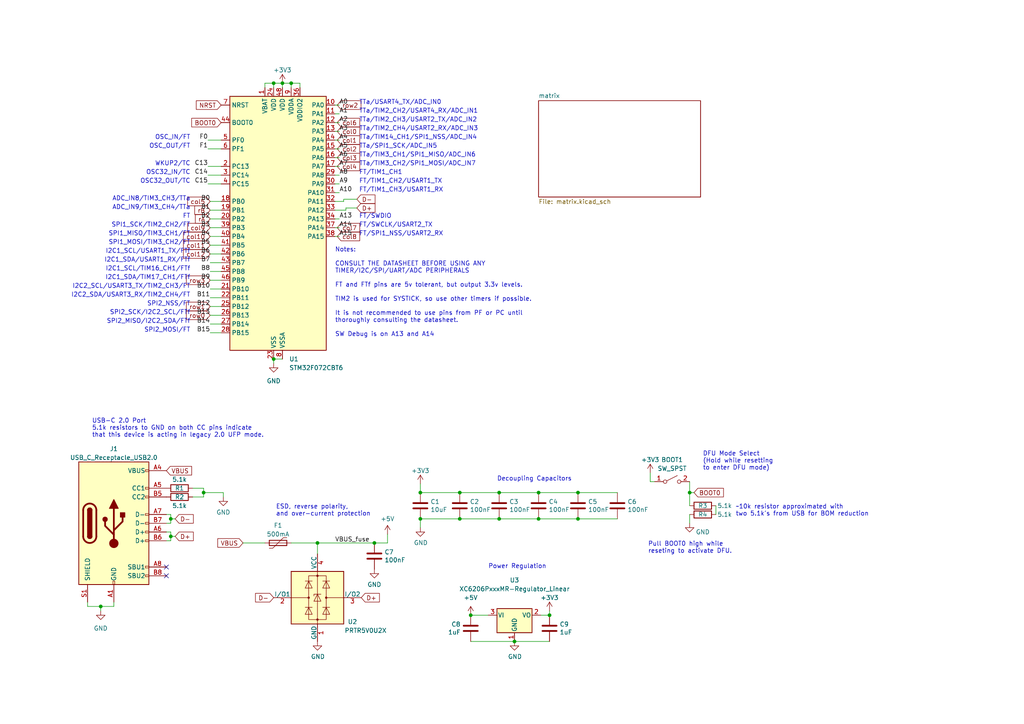
<source format=kicad_sch>
(kicad_sch (version 20231120) (generator "eeschema") (generator_version "8.0")
  (paper "A4")
  (lib_symbols
    (symbol "+5V_1" (power) (pin_names (offset 0))
      (property "Value" "+5V_1" (at 0 3.556 0))
      (symbol "+5V_1_0_1"
        (polyline (pts (xy -0.762 1.27) (xy 0 2.54)))
        (polyline (pts (xy 0 0) (xy 0 2.54)))
        (polyline (pts (xy 0 2.54) (xy 0.762 1.27)))
      )
      (symbol "+5V_1_1_1"
        (pin power_in line (at 0 0 90) (length 0) hide (name "+5V") (number "1"))
      )
    )
    (symbol "Connector:USB_C_Receptacle_USB2.0" (pin_names (offset 1.016))
      (property "Reference" "J" (at -10.16 19.05 0))
      (property "Value" "USB_C_Receptacle_USB2.0" (at 19.05 19.05 0))
      (symbol "USB_C_Receptacle_USB2.0_0_0"
        (rectangle (start -0.254 -17.78) (end 0.254 -16.764))
        (rectangle (start 10.16 -14.986) (end 9.144 -15.494))
        (rectangle (start 10.16 -12.446) (end 9.144 -12.954))
        (rectangle (start 10.16 -4.826) (end 9.144 -5.334))
        (rectangle (start 10.16 -2.286) (end 9.144 -2.794))
        (rectangle (start 10.16 0.254) (end 9.144 -0.254))
        (rectangle (start 10.16 2.794) (end 9.144 2.286))
        (rectangle (start 10.16 7.874) (end 9.144 7.366))
        (rectangle (start 10.16 10.414) (end 9.144 9.906))
        (rectangle (start 10.16 15.494) (end 9.144 14.986))
      )
      (symbol "USB_C_Receptacle_USB2.0_0_1"
        (rectangle (start -10.16 17.78) (end 10.16 -17.78) (stroke (width 0.254)) (fill (type background)))
        (arc (start -8.89 -3.81) (mid -6.985 -5.7067) (end -5.08 -3.81) (stroke (width 0.508)))
        (arc (start -7.62 -3.81) (mid -6.985 -4.4423) (end -6.35 -3.81) (stroke (width 0.254)))
        (arc (start -7.62 -3.81) (mid -6.985 -4.4423) (end -6.35 -3.81) (stroke (width 0.254)) (fill (type outline)))
        (rectangle (start -7.62 -3.81) (end -6.35 3.81) (stroke (width 0.254)) (fill (type outline)))
        (arc (start -6.35 3.81) (mid -6.985 4.4423) (end -7.62 3.81) (stroke (width 0.254)))
        (arc (start -6.35 3.81) (mid -6.985 4.4423) (end -7.62 3.81) (stroke (width 0.254)) (fill (type outline)))
        (arc (start -5.08 3.81) (mid -6.985 5.7067) (end -8.89 3.81) (stroke (width 0.508)))
        (circle (center -2.54 1.143) (radius 0.635) (stroke (width 0.254)) (fill (type outline)))
        (circle (center 0 -5.842) (radius 1.27) (fill (type outline)))
        (polyline (pts (xy -8.89 -3.81) (xy -8.89 3.81)) (stroke (width 0.508)))
        (polyline (pts (xy -5.08 3.81) (xy -5.08 -3.81)) (stroke (width 0.508)))
        (polyline (pts (xy 0 -5.842) (xy 0 4.318)) (stroke (width 0.508)))
        (polyline (pts (xy 0 -3.302) (xy -2.54 -0.762) (xy -2.54 0.508)) (stroke (width 0.508)))
        (polyline (pts (xy 0 -2.032) (xy 2.54 0.508) (xy 2.54 1.778)) (stroke (width 0.508)))
        (polyline (pts (xy -1.27 4.318) (xy 0 6.858) (xy 1.27 4.318) (xy -1.27 4.318)) (stroke (width 0.254)) (fill (type outline)))
        (rectangle (start 1.905 1.778) (end 3.175 3.048) (stroke (width 0.254)) (fill (type outline)))
      )
      (symbol "USB_C_Receptacle_USB2.0_1_1"
        (pin passive line (at 0 -22.86 90) (length 5.08) (name "GND") (number "A1"))
        (pin passive line (at 0 -22.86 90) (length 5.08) hide (name "GND") (number "A12"))
        (pin passive line (at 15.24 15.24 180) (length 5.08) (name "VBUS") (number "A4"))
        (pin bidirectional line (at 15.24 10.16 180) (length 5.08) (name "CC1") (number "A5"))
        (pin bidirectional line (at 15.24 -2.54 180) (length 5.08) (name "D+") (number "A6"))
        (pin bidirectional line (at 15.24 2.54 180) (length 5.08) (name "D-") (number "A7"))
        (pin bidirectional line (at 15.24 -12.7 180) (length 5.08) (name "SBU1") (number "A8"))
        (pin passive line (at 15.24 15.24 180) (length 5.08) hide (name "VBUS") (number "A9"))
        (pin passive line (at 0 -22.86 90) (length 5.08) hide (name "GND") (number "B1"))
        (pin passive line (at 0 -22.86 90) (length 5.08) hide (name "GND") (number "B12"))
        (pin passive line (at 15.24 15.24 180) (length 5.08) hide (name "VBUS") (number "B4"))
        (pin bidirectional line (at 15.24 7.62 180) (length 5.08) (name "CC2") (number "B5"))
        (pin bidirectional line (at 15.24 -5.08 180) (length 5.08) (name "D+") (number "B6"))
        (pin bidirectional line (at 15.24 0 180) (length 5.08) (name "D-") (number "B7"))
        (pin bidirectional line (at 15.24 -15.24 180) (length 5.08) (name "SBU2") (number "B8"))
        (pin passive line (at 15.24 15.24 180) (length 5.08) hide (name "VBUS") (number "B9"))
        (pin passive line (at -7.62 -22.86 90) (length 5.08) (name "SHIELD") (number "S1"))
      )
    )
    (symbol "Device:C" (pin_numbers hide) (pin_names (offset 0.254))
      (property "Reference" "C" (at 0.635 2.54 0))
      (property "Value" "C" (at 0.635 -2.54 0))
      (symbol "C_0_1"
        (polyline (pts (xy -2.032 -0.762) (xy 2.032 -0.762)) (stroke (width 0.508)))
        (polyline (pts (xy -2.032 0.762) (xy 2.032 0.762)) (stroke (width 0.508)))
      )
      (symbol "C_1_1"
        (pin passive line (at 0 3.81 270) (length 2.794) (name "~") (number "1"))
        (pin passive line (at 0 -3.81 90) (length 2.794) (name "~") (number "2"))
      )
    )
    (symbol "Device:Polyfuse" (pin_numbers hide) (pin_names (offset 0))
      (property "Reference" "F" (at -2.54 0 90))
      (property "Value" "Polyfuse" (at 2.54 0 90))
      (symbol "Polyfuse_0_1"
        (rectangle (start -0.762 2.54) (end 0.762 -2.54) (stroke (width 0.254)))
        (polyline (pts (xy 0 2.54) (xy 0 -2.54)))
        (polyline (pts (xy -1.524 2.54) (xy -1.524 1.524) (xy 1.524 -1.524) (xy 1.524 -2.54)))
      )
      (symbol "Polyfuse_1_1"
        (pin passive line (at 0 3.81 270) (length 1.27) (name "~") (number "1"))
        (pin passive line (at 0 -3.81 90) (length 1.27) (name "~") (number "2"))
      )
    )
    (symbol "Device:R" (pin_numbers hide) (pin_names (offset 0))
      (property "Reference" "R" (at 2.032 0 90))
      (property "Value" "R" (at 0 0 90))
      (symbol "R_0_1"
        (rectangle (start -1.016 -2.54) (end 1.016 2.54) (stroke (width 0.254)))
      )
      (symbol "R_1_1"
        (pin passive line (at 0 3.81 270) (length 1.27) (name "~") (number "1"))
        (pin passive line (at 0 -3.81 90) (length 1.27) (name "~") (number "2"))
      )
    )
    (symbol "MCU_ST_STM32F0:STM32F072CBTx"
      (property "Reference" "U" (at -12.7 39.37 0))
      (property "Value" "STM32F072CBTx" (at 10.16 39.37 0))
      (symbol "STM32F072CBTx_0_1"
        (rectangle (start -12.7 -35.56) (end 15.24 38.1) (stroke (width 0.254)) (fill (type background)))
      )
      (symbol "STM32F072CBTx_1_1"
        (pin power_in line (at -2.54 40.64 270) (length 2.54) (name "VBAT") (number "1"))
        (pin bidirectional line (at 17.78 35.56 180) (length 2.54) (name "PA0") (number "10"))
        (pin bidirectional line (at 17.78 33.02 180) (length 2.54) (name "PA1") (number "11"))
        (pin bidirectional line (at 17.78 30.48 180) (length 2.54) (name "PA2") (number "12"))
        (pin bidirectional line (at 17.78 27.94 180) (length 2.54) (name "PA3") (number "13"))
        (pin bidirectional line (at 17.78 25.4 180) (length 2.54) (name "PA4") (number "14"))
        (pin bidirectional line (at 17.78 22.86 180) (length 2.54) (name "PA5") (number "15"))
        (pin bidirectional line (at 17.78 20.32 180) (length 2.54) (name "PA6") (number "16"))
        (pin bidirectional line (at 17.78 17.78 180) (length 2.54) (name "PA7") (number "17"))
        (pin bidirectional line (at -15.24 7.62 0) (length 2.54) (name "PB0") (number "18"))
        (pin bidirectional line (at -15.24 5.08 0) (length 2.54) (name "PB1") (number "19"))
        (pin bidirectional line (at -15.24 17.78 0) (length 2.54) (name "PC13") (number "2"))
        (pin bidirectional line (at -15.24 2.54 0) (length 2.54) (name "PB2") (number "20"))
        (pin bidirectional line (at -15.24 -17.78 0) (length 2.54) (name "PB10") (number "21"))
        (pin bidirectional line (at -15.24 -20.32 0) (length 2.54) (name "PB11") (number "22"))
        (pin power_in line (at 0 -38.1 90) (length 2.54) (name "VSS") (number "23"))
        (pin power_in line (at 0 40.64 270) (length 2.54) (name "VDD") (number "24"))
        (pin bidirectional line (at -15.24 -22.86 0) (length 2.54) (name "PB12") (number "25"))
        (pin bidirectional line (at -15.24 -25.4 0) (length 2.54) (name "PB13") (number "26"))
        (pin bidirectional line (at -15.24 -27.94 0) (length 2.54) (name "PB14") (number "27"))
        (pin bidirectional line (at -15.24 -30.48 0) (length 2.54) (name "PB15") (number "28"))
        (pin bidirectional line (at 17.78 15.24 180) (length 2.54) (name "PA8") (number "29"))
        (pin bidirectional line (at -15.24 15.24 0) (length 2.54) (name "PC14") (number "3"))
        (pin bidirectional line (at 17.78 12.7 180) (length 2.54) (name "PA9") (number "30"))
        (pin bidirectional line (at 17.78 10.16 180) (length 2.54) (name "PA10") (number "31"))
        (pin bidirectional line (at 17.78 7.62 180) (length 2.54) (name "PA11") (number "32"))
        (pin bidirectional line (at 17.78 5.08 180) (length 2.54) (name "PA12") (number "33"))
        (pin bidirectional line (at 17.78 2.54 180) (length 2.54) (name "PA13") (number "34"))
        (pin passive line (at 0 -38.1 90) (length 2.54) hide (name "VSS") (number "35"))
        (pin power_in line (at 7.62 40.64 270) (length 2.54) (name "VDDIO2") (number "36"))
        (pin bidirectional line (at 17.78 0 180) (length 2.54) (name "PA14") (number "37"))
        (pin bidirectional line (at 17.78 -2.54 180) (length 2.54) (name "PA15") (number "38"))
        (pin bidirectional line (at -15.24 0 0) (length 2.54) (name "PB3") (number "39"))
        (pin bidirectional line (at -15.24 12.7 0) (length 2.54) (name "PC15") (number "4"))
        (pin bidirectional line (at -15.24 -2.54 0) (length 2.54) (name "PB4") (number "40"))
        (pin bidirectional line (at -15.24 -5.08 0) (length 2.54) (name "PB5") (number "41"))
        (pin bidirectional line (at -15.24 -7.62 0) (length 2.54) (name "PB6") (number "42"))
        (pin bidirectional line (at -15.24 -10.16 0) (length 2.54) (name "PB7") (number "43"))
        (pin input line (at -15.24 30.48 0) (length 2.54) (name "BOOT0") (number "44"))
        (pin bidirectional line (at -15.24 -12.7 0) (length 2.54) (name "PB8") (number "45"))
        (pin bidirectional line (at -15.24 -15.24 0) (length 2.54) (name "PB9") (number "46"))
        (pin passive line (at 0 -38.1 90) (length 2.54) hide (name "VSS") (number "47"))
        (pin power_in line (at 2.54 40.64 270) (length 2.54) (name "VDD") (number "48"))
        (pin bidirectional line (at -15.24 25.4 0) (length 2.54) (name "PF0") (number "5"))
        (pin bidirectional line (at -15.24 22.86 0) (length 2.54) (name "PF1") (number "6"))
        (pin input line (at -15.24 35.56 0) (length 2.54) (name "NRST") (number "7"))
        (pin power_in line (at 2.54 -38.1 90) (length 2.54) (name "VSSA") (number "8"))
        (pin power_in line (at 5.08 40.64 270) (length 2.54) (name "VDDA") (number "9"))
      )
    )
    (symbol "Power_Protection:PRTR5V0U2X" (pin_names (offset 0))
      (property "Reference" "D" (at 2.794 8.636 0))
      (property "Value" "PRTR5V0U2X" (at 8.128 -9.398 0))
      (symbol "PRTR5V0U2X_0_1"
        (rectangle (start -7.62 -7.62) (end 7.62 7.62) (stroke (width 0.254)) (fill (type background)))
        (circle (center -2.54 0) (radius 0.254) (fill (type outline)))
        (rectangle (start -2.54 6.35) (end 2.54 -6.35))
        (circle (center 0 -6.35) (radius 0.254) (fill (type outline)))
        (polyline (pts (xy -2.54 0) (xy -7.62 0)))
        (polyline (pts (xy -1.524 -2.794) (xy -3.556 -2.794)))
        (polyline (pts (xy -1.524 4.826) (xy -3.556 4.826)))
        (polyline (pts (xy 0 -7.62) (xy 0 7.62)))
        (polyline (pts (xy 1.524 -2.794) (xy 3.556 -2.794)))
        (polyline (pts (xy 1.524 4.826) (xy 3.556 4.826)))
        (polyline (pts (xy 2.54 0) (xy 7.62 0)))
        (polyline (pts (xy 1.016 1.016) (xy -1.016 1.016) (xy -1.016 0.508)))
        (polyline (pts (xy -3.556 -4.826) (xy -1.524 -4.826) (xy -2.54 -2.794) (xy -3.556 -4.826)))
        (polyline (pts (xy -3.556 2.794) (xy -1.524 2.794) (xy -2.54 4.826) (xy -3.556 2.794)))
        (polyline (pts (xy -1.016 -1.016) (xy 1.016 -1.016) (xy 0 1.016) (xy -1.016 -1.016)))
        (polyline (pts (xy 3.556 -4.826) (xy 1.524 -4.826) (xy 2.54 -2.794) (xy 3.556 -4.826)))
        (polyline (pts (xy 3.556 2.794) (xy 1.524 2.794) (xy 2.54 4.826) (xy 3.556 2.794)))
        (circle (center 0 6.35) (radius 0.254) (fill (type outline)))
        (circle (center 2.54 0) (radius 0.254) (fill (type outline)))
      )
      (symbol "PRTR5V0U2X_1_1"
        (pin passive line (at 0 -12.7 90) (length 5.08) (name "GND") (number "1"))
        (pin passive line (at -12.7 0 0) (length 5.08) (name "I/O1") (number "2"))
        (pin passive line (at 12.7 0 180) (length 5.08) (name "I/O2") (number "3"))
        (pin passive line (at 0 12.7 270) (length 5.08) (name "VCC") (number "4"))
      )
    )
    (symbol "Switch:SW_SPST" (pin_names (offset 0) hide)
      (property "Reference" "SW" (at 0 3.175 0))
      (property "Value" "SW_SPST" (at 0 -2.54 0))
      (symbol "SW_SPST_0_0"
        (circle (center -2.032 0) (radius 0.508))
        (polyline (pts (xy -1.524 0.254) (xy 1.524 1.778)))
        (circle (center 2.032 0) (radius 0.508))
      )
      (symbol "SW_SPST_1_1"
        (pin passive line (at -5.08 0 0) (length 2.54) (name "A") (number "1"))
        (pin passive line (at 5.08 0 180) (length 2.54) (name "B") (number "2"))
      )
    )
    (symbol "kicad-keyboard-parts:XC6206PxxxMR-Regulator_Linear" (pin_names (offset 0.254))
      (property "Reference" "U" (at -3.81 3.175 0))
      (property "Value" "XC6206PxxxMR-Regulator_Linear" (at 0 3.175 0))
      (property "LCSC" "C5446" (at 0 0 0))
      (symbol "XC6206PxxxMR-Regulator_Linear_0_1"
        (rectangle (start -5.08 1.905) (end 5.08 -5.08) (stroke (width 0.254)) (fill (type background)))
      )
      (symbol "XC6206PxxxMR-Regulator_Linear_1_1"
        (pin power_in line (at 0 -7.62 90) (length 2.54) (name "GND") (number "1"))
        (pin power_out line (at 7.62 0 180) (length 2.54) (name "VO") (number "2"))
        (pin power_in line (at -7.62 0 0) (length 2.54) (name "VI") (number "3"))
      )
    )
    (symbol "power:+3V3" (power) (pin_names (offset 0))
      (property "Value" "+3V3" (at 0 3.556 0))
      (symbol "+3V3_0_1"
        (polyline (pts (xy -0.762 1.27) (xy 0 2.54)))
        (polyline (pts (xy 0 0) (xy 0 2.54)))
        (polyline (pts (xy 0 2.54) (xy 0.762 1.27)))
      )
      (symbol "+3V3_1_1"
        (pin power_in line (at 0 0 90) (length 0) hide (name "+3V3") (number "1"))
      )
    )
    (symbol "power:+5V" (power) (pin_names (offset 0))
      (property "Value" "+5V" (at 0 3.556 0))
      (symbol "+5V_0_1"
        (polyline (pts (xy -0.762 1.27) (xy 0 2.54)))
        (polyline (pts (xy 0 0) (xy 0 2.54)))
        (polyline (pts (xy 0 2.54) (xy 0.762 1.27)))
      )
      (symbol "+5V_1_1"
        (pin power_in line (at 0 0 90) (length 0) hide (name "+5V") (number "1"))
      )
    )
    (symbol "power:GND" (power) (pin_names (offset 0))
      (property "Value" "GND" (at 0 -3.81 0))
      (symbol "GND_0_1"
        (polyline (pts (xy 0 0) (xy 0 -1.27) (xy 1.27 -1.27) (xy 0 -2.54) (xy -1.27 -1.27) (xy 0 -1.27)))
      )
      (symbol "GND_1_1"
        (pin power_in line (at 0 0 270) (length 0) hide (name "GND") (number "1"))
      )
    )
  )
  (junction (at 200.025 142.875))
  (junction (at 81.915 24.13))
  (junction (at 159.385 178.435))
  (junction (at 59.055 142.875))
  (junction (at 79.375 24.13))
  (junction (at 156.21 150.495))
  (junction (at 136.525 178.435))
  (junction (at 156.21 142.875))
  (junction (at 121.92 150.495))
  (junction (at 149.225 186.055) (diameter 0.9144))
  (junction (at 121.92 142.875))
  (junction (at 79.375 104.14))
  (junction (at 144.78 150.495))
  (junction (at 133.35 150.495))
  (junction (at 167.64 150.495))
  (junction (at 167.64 142.875))
  (junction (at 92.075 157.48))
  (junction (at 144.78 142.875))
  (junction (at 108.585 157.48))
  (junction (at 49.53 155.575))
  (junction (at 29.21 175.895))
  (junction (at 49.53 150.495))
  (junction (at 133.35 142.875))
  (junction (at 84.455 24.13))
  (no_connect (at 48.26 167.005))
  (no_connect (at 48.26 164.465))
  (wire (pts (xy 167.64 150.495) (xy 179.07 150.495)))
  (wire (pts (xy 48.26 156.845) (xy 49.53 156.845)))
  (wire (pts (xy 60.96 76.2) (xy 64.135 76.2)))
  (wire (pts (xy 98.425 40.64) (xy 97.155 40.64)))
  (wire (pts (xy 29.21 175.895) (xy 33.02 175.895)))
  (wire (pts (xy 60.96 60.96) (xy 64.135 60.96)))
  (wire (pts (xy 86.995 24.13) (xy 86.995 25.4)))
  (wire (pts (xy 48.26 149.225) (xy 49.53 149.225)))
  (wire (pts (xy 98.425 53.34) (xy 97.155 53.34)))
  (wire (pts (xy 59.055 144.145) (xy 59.055 142.875)))
  (wire (pts (xy 144.78 150.495) (xy 133.35 150.495)))
  (wire (pts (xy 55.88 144.145) (xy 59.055 144.145)))
  (wire (pts (xy 98.425 48.26) (xy 97.155 48.26)))
  (wire (pts (xy 49.53 150.495) (xy 49.53 151.765)))
  (wire (pts (xy 59.055 142.875) (xy 59.055 141.605)))
  (wire (pts (xy 189.865 139.7) (xy 188.595 139.7)))
  (wire (pts (xy 29.21 177.165) (xy 29.21 175.895)))
  (wire (pts (xy 84.455 24.13) (xy 84.455 25.4)))
  (wire (pts (xy 98.425 35.56) (xy 97.155 35.56)))
  (wire (pts (xy 59.055 142.875) (xy 64.77 142.875)))
  (wire (pts (xy 144.78 142.875) (xy 133.35 142.875)))
  (wire (pts (xy 60.96 63.5) (xy 64.135 63.5)))
  (wire (pts (xy 84.455 24.13) (xy 86.995 24.13)))
  (wire (pts (xy 200.025 142.875) (xy 201.295 142.875)))
  (wire (pts (xy 60.96 78.74) (xy 64.135 78.74)))
  (wire (pts (xy 79.375 24.13) (xy 79.375 25.4)))
  (wire (pts (xy 55.88 141.605) (xy 59.055 141.605)))
  (wire (pts (xy 149.225 186.055) (xy 159.385 186.055)))
  (wire (pts (xy 60.96 93.98) (xy 64.135 93.98)))
  (wire (pts (xy 79.375 105.41) (xy 79.375 104.14)))
  (wire (pts (xy 60.96 83.82) (xy 64.135 83.82)))
  (wire (pts (xy 98.425 38.1) (xy 97.155 38.1)))
  (wire (pts (xy 60.96 73.66) (xy 64.135 73.66)))
  (wire (pts (xy 136.525 178.435) (xy 141.605 178.435)))
  (wire (pts (xy 207.645 146.685) (xy 207.645 149.225)))
  (wire (pts (xy 156.21 142.875) (xy 167.64 142.875)))
  (wire (pts (xy 98.425 63.5) (xy 97.155 63.5)))
  (wire (pts (xy 60.96 71.12) (xy 64.135 71.12)))
  (wire (pts (xy 108.585 157.48) (xy 112.395 157.48)))
  (wire (pts (xy 188.595 139.7) (xy 188.595 137.16)))
  (wire (pts (xy 100.33 60.325) (xy 100.33 60.96)))
  (wire (pts (xy 60.96 66.04) (xy 64.135 66.04)))
  (wire (pts (xy 76.835 24.13) (xy 76.835 25.4)))
  (wire (pts (xy 98.425 43.18) (xy 97.155 43.18)))
  (wire (pts (xy 60.96 91.44) (xy 64.135 91.44)))
  (wire (pts (xy 156.845 178.435) (xy 159.385 178.435)))
  (wire (pts (xy 144.78 142.875) (xy 156.21 142.875)))
  (wire (pts (xy 98.425 45.72) (xy 97.155 45.72)))
  (wire (pts (xy 200.025 139.7) (xy 200.025 142.875)))
  (wire (pts (xy 84.455 24.13) (xy 81.915 24.13)))
  (wire (pts (xy 60.96 58.42) (xy 64.135 58.42)))
  (wire (pts (xy 98.425 55.88) (xy 97.155 55.88)))
  (wire (pts (xy 60.96 86.36) (xy 64.135 86.36)))
  (wire (pts (xy 70.485 157.48) (xy 76.835 157.48)))
  (wire (pts (xy 100.33 60.96) (xy 97.155 60.96)))
  (wire (pts (xy 121.92 153.035) (xy 121.92 150.495)))
  (wire (pts (xy 49.53 156.845) (xy 49.53 155.575)))
  (wire (pts (xy 60.325 48.26) (xy 64.135 48.26)))
  (wire (pts (xy 60.325 50.8) (xy 64.135 50.8)))
  (wire (pts (xy 48.26 154.305) (xy 49.53 154.305)))
  (wire (pts (xy 84.455 157.48) (xy 92.075 157.48)))
  (wire (pts (xy 79.375 104.14) (xy 81.915 104.14)))
  (wire (pts (xy 167.64 142.875) (xy 179.07 142.875)))
  (wire (pts (xy 121.92 140.335) (xy 121.92 142.875)))
  (wire (pts (xy 60.96 96.52) (xy 64.135 96.52)))
  (wire (pts (xy 49.53 150.495) (xy 50.8 150.495)))
  (wire (pts (xy 79.375 24.13) (xy 81.915 24.13)))
  (wire (pts (xy 200.025 149.225) (xy 200.025 151.765)))
  (wire (pts (xy 60.325 40.64) (xy 64.135 40.64)))
  (wire (pts (xy 60.96 88.9) (xy 64.135 88.9)))
  (wire (pts (xy 60.96 81.28) (xy 64.135 81.28)))
  (wire (pts (xy 25.4 175.895) (xy 29.21 175.895)))
  (wire (pts (xy 112.395 154.94) (xy 112.395 157.48)))
  (wire (pts (xy 76.835 24.13) (xy 79.375 24.13)))
  (wire (pts (xy 60.96 68.58) (xy 64.135 68.58)))
  (wire (pts (xy 200.025 142.875) (xy 200.025 146.685)))
  (wire (pts (xy 48.26 151.765) (xy 49.53 151.765)))
  (wire (pts (xy 99.695 57.785) (xy 99.695 58.42)))
  (wire (pts (xy 25.4 174.625) (xy 25.4 175.895)))
  (wire (pts (xy 103.505 60.325) (xy 100.33 60.325)))
  (wire (pts (xy 49.53 154.305) (xy 49.53 155.575)))
  (wire (pts (xy 98.425 50.8) (xy 97.155 50.8)))
  (wire (pts (xy 98.425 33.02) (xy 97.155 33.02)))
  (wire (pts (xy 98.425 66.04) (xy 97.155 66.04)))
  (wire (pts (xy 49.53 155.575) (xy 50.8 155.575)))
  (wire (pts (xy 133.35 150.495) (xy 121.92 150.495)))
  (wire (pts (xy 159.385 177.165) (xy 159.385 178.435)))
  (wire (pts (xy 64.77 142.875) (xy 64.77 144.145)))
  (wire (pts (xy 33.02 175.895) (xy 33.02 174.625)))
  (wire (pts (xy 99.695 58.42) (xy 97.155 58.42)))
  (wire (pts (xy 92.075 157.48) (xy 92.075 160.655)))
  (wire (pts (xy 60.325 43.18) (xy 64.135 43.18)))
  (wire (pts (xy 103.505 57.785) (xy 99.695 57.785)))
  (wire (pts (xy 149.225 186.055) (xy 136.525 186.055)))
  (wire (pts (xy 92.075 157.48) (xy 108.585 157.48)))
  (wire (pts (xy 98.425 30.48) (xy 97.155 30.48)))
  (wire (pts (xy 98.425 68.58) (xy 97.155 68.58)))
  (wire (pts (xy 81.915 24.13) (xy 81.915 25.4)))
  (wire (pts (xy 133.35 142.875) (xy 121.92 142.875)))
  (wire (pts (xy 49.53 149.225) (xy 49.53 150.495)))
  (wire (pts (xy 144.78 150.495) (xy 156.21 150.495)))
  (wire (pts (xy 156.21 150.495) (xy 167.64 150.495)))
  (wire (pts (xy 60.325 53.34) (xy 64.135 53.34)))
  (text "SPI1_SCK/TIM2_CH2/FT" (at 55.245 66.04 0) (effects (font (size 1.27 1.27)) (justify right bottom)))
  (text "FT/TIM1_CH1" (at 104.14 50.8 0) (effects (font (size 1.27 1.27)) (justify left bottom)))
  (text "FT/TIM1_CH3/USART1_RX" (at 104.14 55.88 0) (effects (font (size 1.27 1.27)) (justify left bottom)))
  (text "SPI2_NSS/FT" (at 55.245 88.9 0) (effects (font (size 1.27 1.27)) (justify right bottom)))
  (text "Notes:\n\nCONSULT THE DATASHEET BEFORE USING ANY \nTIMER/I2C/SPI/UART/ADC PERIPHERALS\n\nFT and FTf pins are 5v tolerant, but output 3.3v levels.\n\nTIM2 is used for SYSTICK, so use other timers if possible.\n\nIt is not recommended to use pins from PF or PC until\nthoroughly consulting the datasheet.\n\nSW Debug is on A13 and A14" (at 97.155 97.79 0) (effects (font (size 1.27 1.27)) (justify left bottom)))
  (text "TTa/TIM2_CH4/USART2_RX/ADC_IN3" (at 104.14 38.1 0) (effects (font (size 1.27 1.27)) (justify left bottom)))
  (text "FT/SWDIO" (at 104.14 63.5 0) (effects (font (size 1.27 1.27)) (justify left bottom)))
  (text "Decoupling Capacitors" (at 144.145 139.7 0) (effects (font (size 1.27 1.27)) (justify left bottom)))
  (text "SPI1_MOSI/TIM3_CH2/FT" (at 55.245 71.12 0) (effects (font (size 1.27 1.27)) (justify right bottom)))
  (text "ADC_IN9/TIM3_CH4/TTa" (at 55.245 60.96 0) (effects (font (size 1.27 1.27)) (justify right bottom)))
  (text "I2C2_SCL/USART3_TX/TIM2_CH3/FT" (at 55.245 83.82 0) (effects (font (size 1.27 1.27)) (justify right bottom)))
  (text "SPI2_MISO/I2C2_SDA/FTf" (at 55.245 93.98 0) (effects (font (size 1.27 1.27)) (justify right bottom)))
  (text "FT/SWCLK/USART2_TX" (at 104.14 66.04 0) (effects (font (size 1.27 1.27)) (justify left bottom)))
  (text "I2C1_SCL/TIM16_CH1/FTf" (at 55.245 78.74 0) (effects (font (size 1.27 1.27)) (justify right bottom)))
  (text "~10k resistor approximated with\ntwo 5.1k's from USB for BOM reduction" (at 213.36 149.86 0) (effects (font (size 1.27 1.27)) (justify left bottom)))
  (text "TTa/TIM2_CH2/USART4_RX/ADC_IN1" (at 104.14 33.02 0) (effects (font (size 1.27 1.27)) (justify left bottom)))
  (text "USB-C 2.0 Port\n5.1k resistors to GND on both CC pins indicate\nthat this device is acting in legacy 2.0 UFP mode." (at 26.67 127 0) (effects (font (size 1.27 1.27)) (justify left bottom)))
  (text "TTa/TIM2_CH3/USART2_TX/ADC_IN2" (at 104.14 35.56 0) (effects (font (size 1.27 1.27)) (justify left bottom)))
  (text "OSC_IN/FT" (at 55.245 40.64 0) (effects (font (size 1.27 1.27)) (justify right bottom)))
  (text "DFU Mode Select\n(Hold while resetting\nto enter DFU mode)" (at 203.835 136.525 0) (effects (font (size 1.27 1.27)) (justify left bottom)))
  (text "WKUP2/TC" (at 55.245 48.26 0) (effects (font (size 1.27 1.27)) (justify right bottom)))
  (text "I2C2_SDA/USART3_RX/TIM2_CH4/FT" (at 55.245 86.36 0) (effects (font (size 1.27 1.27)) (justify right bottom)))
  (text "ADC_IN8/TIM3_CH3/TTa" (at 55.245 58.42 0) (effects (font (size 1.27 1.27)) (justify right bottom)))
  (text "Pull BOOT0 high while \nreseting to activate DFU." (at 187.96 160.655 0) (effects (font (size 1.27 1.27)) (justify left bottom)))
  (text "I2C1_SDA/TIM17_CH1/FTf" (at 55.245 81.28 0) (effects (font (size 1.27 1.27)) (justify right bottom)))
  (text "TTa/SPI1_SCK/ADC_IN5" (at 104.14 43.18 0) (effects (font (size 1.27 1.27)) (justify left bottom)))
  (text "TTa/TIM3_CH1/SPI1_MISO/ADC_IN6" (at 104.14 45.72 0) (effects (font (size 1.27 1.27)) (justify left bottom)))
  (text "TTa/TIM3_CH2/SPI1_MOSI/ADC_IN7" (at 104.14 48.26 0) (effects (font (size 1.27 1.27)) (justify left bottom)))
  (text "OSC32_OUT/TC" (at 55.245 53.34 0) (effects (font (size 1.27 1.27)) (justify right bottom)))
  (text "FT/SPI1_NSS/USART2_RX" (at 104.14 68.58 0) (effects (font (size 1.27 1.27)) (justify left bottom)))
  (text "SPI1_MISO/TIM3_CH1/FT" (at 55.245 68.58 0) (effects (font (size 1.27 1.27)) (justify right bottom)))
  (text "OSC32_IN/TC" (at 55.245 50.8 0) (effects (font (size 1.27 1.27)) (justify right bottom)))
  (text "TTa/TIM14_CH1/SPI1_NSS/ADC_IN4" (at 104.14 40.64 0) (effects (font (size 1.27 1.27)) (justify left bottom)))
  (text "I2C1_SDA/USART1_RX/FTf" (at 55.245 76.2 0) (effects (font (size 1.27 1.27)) (justify right bottom)))
  (text "SPI2_MOSI/FT" (at 55.245 96.52 0) (effects (font (size 1.27 1.27)) (justify right bottom)))
  (text "FT/TIM1_CH2/USART1_TX" (at 104.14 53.34 0) (effects (font (size 1.27 1.27)) (justify left bottom)))
  (text "Power Regulation" (at 141.605 165.1 0) (effects (font (size 1.27 1.27)) (justify left bottom)))
  (text "SPI2_SCK/I2C2_SCL/FTf" (at 55.245 91.44 0) (effects (font (size 1.27 1.27)) (justify right bottom)))
  (text "OSC_OUT/FT" (at 55.245 43.18 0) (effects (font (size 1.27 1.27)) (justify right bottom)))
  (text "ESD, reverse polarity,\nand over-current protection" (at 80.01 149.86 0) (effects (font (size 1.27 1.27)) (justify left bottom)))
  (text "FT" (at 55.245 63.5 0) (effects (font (size 1.27 1.27)) (justify right bottom)))
  (text "TTa/USART4_TX/ADC_IN0" (at 104.14 30.48 0) (effects (font (size 1.27 1.27)) (justify left bottom)))
  (text "I2C1_SCL/USART1_TX/FTf" (at 55.245 73.66 0) (effects (font (size 1.27 1.27)) (justify right bottom)))
  (label "A1" (at 98.425 33.02 0))
  (label "A3" (at 98.425 38.1 0))
  (label "A13" (at 98.425 63.5 0))
  (label "A10" (at 98.425 55.88 0))
  (label "B7" (at 60.96 76.2 180))
  (label "B13" (at 60.96 91.44 180))
  (label "A6" (at 98.425 45.72 0))
  (label "B1" (at 60.96 60.96 180))
  (label "B9" (at 60.96 81.28 180))
  (label "B5" (at 60.96 71.12 180))
  (label "B14" (at 60.96 93.98 180))
  (label "A8" (at 98.425 50.8 0))
  (label "B0" (at 60.96 58.42 180))
  (label "A9" (at 98.425 53.34 0))
  (label "VBUS_fuse" (at 97.155 157.48 0))
  (label "A2" (at 98.425 35.56 0))
  (label "B8" (at 60.96 78.74 180))
  (label "A4" (at 98.425 40.64 0))
  (label "B12" (at 60.96 88.9 180))
  (label "B4" (at 60.96 68.58 180))
  (label "C14" (at 60.325 50.8 180))
  (label "B6" (at 60.96 73.66 180))
  (label "B15" (at 60.96 96.52 180))
  (label "A14" (at 98.425 66.04 0))
  (label "B10" (at 60.96 83.82 180))
  (label "B11" (at 60.96 86.36 180))
  (label "C15" (at 60.325 53.34 180))
  (label "B3" (at 60.96 66.04 180))
  (label "A0" (at 98.425 30.48 0))
  (label "B2" (at 60.96 63.5 180))
  (label "F1" (at 60.325 43.18 180))
  (label "A5" (at 98.425 43.18 0))
  (label "A7" (at 98.425 48.26 0))
  (label "C13" (at 60.325 48.26 180))
  (label "F0" (at 60.325 40.64 180))
  (label "A15" (at 98.425 68.58 0))
  (global_label "col9" (shape input) (at 60.96 66.04 180) (property "Intersheetrefs" "${INTERSHEET_REFS}" (effects (hide yes))))
  (global_label "col12" (shape input) (at 60.96 73.66 180) (property "Intersheetrefs" "${INTERSHEET_REFS}" (effects (hide yes))))
  (global_label "col4" (shape input) (at 97.79 48.26 0) (property "Intersheetrefs" "${INTERSHEET_REFS}" (effects (hide yes))))
  (global_label "VBUS" (shape input) (at 70.485 157.48 180) (property "Intersheetrefs" "${INTERSHEET_REFS}" (effects (hide yes))))
  (global_label "row2" (shape input) (at 97.79 30.48 0) (property "Intersheetrefs" "${INTERSHEET_REFS}" (effects (hide yes))))
  (global_label "col1" (shape input) (at 97.79 40.64 0) (property "Intersheetrefs" "${INTERSHEET_REFS}" (effects (hide yes))))
  (global_label "D-" (shape input) (at 103.505 57.785 0) (property "Intersheetrefs" "${INTERSHEET_REFS}" (effects (hide yes))))
  (global_label "row3" (shape input) (at 60.96 81.28 180) (property "Intersheetrefs" "${INTERSHEET_REFS}" (effects (hide yes))))
  (global_label "D-" (shape input) (at 79.375 173.355 180) (property "Intersheetrefs" "${INTERSHEET_REFS}" (effects (hide yes))))
  (global_label "BOOT0" (shape input) (at 64.135 35.56 180) (property "Intersheetrefs" "${INTERSHEET_REFS}" (effects (hide yes))))
  (global_label "D+" (shape input) (at 103.505 60.325 0) (property "Intersheetrefs" "${INTERSHEET_REFS}" (effects (hide yes))))
  (global_label "col3" (shape input) (at 97.79 45.72 0) (property "Intersheetrefs" "${INTERSHEET_REFS}" (effects (hide yes))))
  (global_label "col7" (shape input) (at 97.79 66.04 0) (property "Intersheetrefs" "${INTERSHEET_REFS}" (effects (hide yes))))
  (global_label "rB" (shape input) (at 60.96 60.96 180) (property "Intersheetrefs" "${INTERSHEET_REFS}" (effects (hide yes))))
  (global_label "D+" (shape input) (at 104.775 173.355 0) (property "Intersheetrefs" "${INTERSHEET_REFS}" (effects (hide yes))))
  (global_label "D-" (shape input) (at 50.8 150.495 0) (property "Intersheetrefs" "${INTERSHEET_REFS}" (effects (hide yes))))
  (global_label "rA" (shape input) (at 60.96 63.5 180) (property "Intersheetrefs" "${INTERSHEET_REFS}" (effects (hide yes))))
  (global_label "col6" (shape input) (at 97.79 35.56 0) (property "Intersheetrefs" "${INTERSHEET_REFS}" (effects (hide yes))))
  (global_label "col10" (shape input) (at 60.96 68.58 180) (property "Intersheetrefs" "${INTERSHEET_REFS}" (effects (hide yes))))
  (global_label "row0" (shape input) (at 60.96 91.44 180) (property "Intersheetrefs" "${INTERSHEET_REFS}" (effects (hide yes))))
  (global_label "col11" (shape input) (at 60.96 71.12 180) (property "Intersheetrefs" "${INTERSHEET_REFS}" (effects (hide yes))))
  (global_label "NRST" (shape input) (at 64.135 30.48 180) (property "Intersheetrefs" "${INTERSHEET_REFS}" (effects (hide yes))))
  (global_label "BOOT0" (shape input) (at 201.295 142.875 0) (property "Intersheetrefs" "${INTERSHEET_REFS}" (effects (hide yes))))
  (global_label "col2" (shape input) (at 97.79 43.18 0) (property "Intersheetrefs" "${INTERSHEET_REFS}" (effects (hide yes))))
  (global_label "col8" (shape input) (at 97.79 68.58 0) (property "Intersheetrefs" "${INTERSHEET_REFS}" (effects (hide yes))))
  (global_label "col5" (shape input) (at 60.96 58.42 180) (property "Intersheetrefs" "${INTERSHEET_REFS}" (effects (hide yes))))
  (global_label "D+" (shape input) (at 50.8 155.575 0) (property "Intersheetrefs" "${INTERSHEET_REFS}" (effects (hide yes))))
  (global_label "row1" (shape input) (at 60.96 88.9 180) (property "Intersheetrefs" "${INTERSHEET_REFS}" (effects (hide yes))))
  (global_label "col0" (shape input) (at 97.79 38.1 0) (property "Intersheetrefs" "${INTERSHEET_REFS}" (effects (hide yes))))
  (global_label "VBUS" (shape input) (at 48.26 136.525 0) (property "Intersheetrefs" "${INTERSHEET_REFS}" (effects (hide yes))))
  (symbol (lib_id "Connector:USB_C_Receptacle_USB2.0") (at 33.02 151.765 0) (unit 1)
    (property "Reference" "J1" (at 33.02 130.175 0))
    (property "Value" "USB_C_Receptacle_USB2.0" (at 33.02 132.715 0))
    (property "Footprint" "Connector_USB:USB_C_Receptacle_HRO_TYPE-C-31-M-12" (effects (hide yes)))
    (property "Datasheet" "https://www.usb.org/sites/default/files/documents/usb_type-c.zip" (effects (hide yes)))
    (property "JlcRotOffset" "180" (effects (hide yes)))
    (property "JlcPosOffset" "0,1.5" (effects (hide yes)))
  )
  (symbol (lib_id "power:+3V3") (at 81.915 24.13 0) (unit 1)
    (property "Reference" "#PWR01" (effects (hide yes)))
    (property "Value" "+3V3" (at 81.915 20.32 0))
  )
  (symbol (lib_id "Device:R") (at 203.835 146.685 90) (unit 1)
    (property "Reference" "R3" (at 203.835 146.685 90))
    (property "Value" "5.1k" (at 210.185 146.685 90))
    (property "Footprint" "Resistor_SMD:R_0402_1005Metric" (effects (hide yes)))
  )
  (symbol (lib_id "Device:C") (at 108.585 161.29 0) (unit 1)
    (property "Reference" "C7" (at 111.506 160.1216 0) (effects (justify left)))
    (property "Value" "100nF" (at 111.506 162.433 0) (effects (justify left)))
    (property "Footprint" "Capacitor_SMD:C_0402_1005Metric" (effects (hide yes)))
    (property "LCSC" "C307331" (effects (hide yes)))
  )
  (symbol (lib_id "Device:Polyfuse") (at 80.645 157.48 90) (unit 1)
    (property "Reference" "F1" (at 80.645 152.4 90))
    (property "Value" "500mA" (at 80.645 154.94 90))
    (property "Footprint" "Fuse:Fuse_1206_3216Metric" (effects (hide yes)))
    (property "LCSC" "C135341" (effects (hide yes)))
  )
  (symbol (lib_id "power:GND") (at 79.375 105.41 0) (unit 1)
    (property "Reference" "#PWR02" (effects (hide yes)))
    (property "Value" "GND" (at 79.375 110.49 0))
  )
  (symbol (lib_id "power:GND") (at 64.77 144.145 0) (unit 1)
    (property "Reference" "#PWR05" (effects (hide yes)))
    (property "Value" "GND" (at 64.77 148.59 0))
  )
  (symbol (lib_id "power:GND") (at 121.92 153.035 0) (unit 1)
    (property "Reference" "#PWR07" (effects (hide yes)))
    (property "Value" "GND" (at 122.047 157.4292 0))
  )
  (symbol (lib_id "MCU_ST_STM32F0:STM32F072CBTx") (at 79.375 66.04 0) (unit 1)
    (property "Reference" "U1" (at 83.8709 104.14 0) (effects (justify left)))
    (property "Value" "STM32F072CBT6" (at 83.8709 106.68 0) (effects (justify left)))
    (property "Footprint" "Package_QFP:LQFP-48_7x7mm_P0.5mm" (effects (hide yes)))
    (property "Datasheet" "https://www.st.com/resource/en/datasheet/stm32f072cb.pdf" (effects (hide yes)))
    (property "JlcRotOffset" "90" (effects (hide yes)))
  )
  (symbol (lib_id "Device:C") (at 167.64 146.685 0) (unit 1)
    (property "Reference" "C5" (at 170.561 145.5166 0) (effects (justify left)))
    (property "Value" "100nF" (at 170.561 147.828 0) (effects (justify left)))
    (property "Footprint" "Capacitor_SMD:C_0402_1005Metric" (effects (hide yes)))
    (property "LCSC" "C307331" (effects (hide yes)))
  )
  (symbol (lib_id "power:+3V3") (at 121.92 140.335 0) (unit 1)
    (property "Reference" "#PWR04" (effects (hide yes)))
    (property "Value" "+3V3" (at 121.92 136.525 0))
  )
  (symbol (lib_id "power:GND") (at 29.21 177.165 0) (unit 1)
    (property "Reference" "#PWR010" (effects (hide yes)))
    (property "Value" "GND" (at 29.21 182.245 0))
  )
  (symbol (lib_id "Device:C") (at 159.385 182.245 0) (unit 1)
    (property "Reference" "C9" (at 162.306 181.0766 0) (effects (justify left)))
    (property "Value" "1uF" (at 162.306 183.388 0) (effects (justify left)))
    (property "Footprint" "Capacitor_SMD:C_0402_1005Metric" (effects (hide yes)))
    (property "LCSC" "C307331" (effects (hide yes)))
  )
  (symbol (lib_id "kicad-keyboard-parts:XC6206PxxxMR-Regulator_Linear") (at 149.225 178.435 0) (unit 1)
    (property "Reference" "U3" (at 149.225 168.275 0))
    (property "Value" "XC6206PxxxMR-Regulator_Linear" (at 149.225 170.815 0))
    (property "Footprint" "Package_TO_SOT_SMD:SOT-23" (effects (hide yes)))
    (property "Datasheet" "https://www.torexsemi.com/file/xc6206/XC6206.pdf" (effects (hide yes)))
    (property "LCSC" "C5446" (effects (hide yes)))
  )
  (symbol (lib_id "power:GND") (at 200.025 151.765 0) (unit 1)
    (property "Reference" "#PWR06" (effects (hide yes)))
    (property "Value" "GND" (at 203.835 154.305 0))
  )
  (symbol (lib_id "power:+3V3") (at 188.595 137.16 0) (mirror y) (unit 1)
    (property "Reference" "#PWR03" (effects (hide yes)))
    (property "Value" "+3V3" (at 188.595 133.35 0))
  )
  (symbol (lib_id "power:+3V3") (at 159.385 177.165 0) (unit 1)
    (property "Reference" "#PWR011" (effects (hide yes)))
    (property "Value" "+3V3" (at 159.385 173.355 0))
  )
  (symbol (lib_name "+5V_1") (lib_id "power:+5V") (at 112.395 154.94 0) (unit 1)
    (property "Reference" "#PWR08" (effects (hide yes)))
    (property "Value" "+5V" (at 112.395 150.495 0))
  )
  (symbol (lib_id "Device:R") (at 52.07 141.605 270) (unit 1)
    (property "Reference" "R1" (at 52.07 141.605 90))
    (property "Value" "5.1k" (at 52.07 139.065 90))
    (property "Footprint" "Resistor_SMD:R_0402_1005Metric" (effects (hide yes)))
  )
  (symbol (lib_id "power:GND") (at 108.585 165.1 0) (unit 1)
    (property "Reference" "#PWR09" (effects (hide yes)))
    (property "Value" "GND" (at 108.585 169.545 0))
  )
  (symbol (lib_id "power:GND") (at 149.225 186.055 0) (unit 1)
    (property "Reference" "#PWR014" (effects (hide yes)))
    (property "Value" "GND" (at 149.352 190.4492 0))
  )
  (symbol (lib_id "power:+5V") (at 136.525 178.435 0) (unit 1)
    (property "Reference" "#PWR012" (effects (hide yes)))
    (property "Value" "+5V" (at 136.525 173.355 0))
  )
  (symbol (lib_id "Switch:SW_SPST") (at 194.945 139.7 0) (unit 1)
    (property "Reference" "BOOT1" (at 194.945 133.35 0))
    (property "Value" "SW_SPST" (at 194.945 135.89 0))
    (property "Footprint" "Button_Switch_SMD:SW_SPST_TL3342" (effects (hide yes)))
  )
  (symbol (lib_id "Device:C") (at 144.78 146.685 0) (unit 1)
    (property "Reference" "C3" (at 147.701 145.5166 0) (effects (justify left)))
    (property "Value" "100nF" (at 147.701 147.828 0) (effects (justify left)))
    (property "Footprint" "Capacitor_SMD:C_0402_1005Metric" (effects (hide yes)))
    (property "LCSC" "C307331" (effects (hide yes)))
  )
  (symbol (lib_id "Device:C") (at 133.35 146.685 0) (unit 1)
    (property "Reference" "C2" (at 136.271 145.5166 0) (effects (justify left)))
    (property "Value" "100nF" (at 136.271 147.828 0) (effects (justify left)))
    (property "Footprint" "Capacitor_SMD:C_0402_1005Metric" (effects (hide yes)))
    (property "LCSC" "C307331" (effects (hide yes)))
  )
  (symbol (lib_id "Device:C") (at 156.21 146.685 0) (unit 1)
    (property "Reference" "C4" (at 159.131 145.5166 0) (effects (justify left)))
    (property "Value" "100nF" (at 159.131 147.828 0) (effects (justify left)))
    (property "Footprint" "Capacitor_SMD:C_0402_1005Metric" (effects (hide yes)))
    (property "LCSC" "C307331" (effects (hide yes)))
  )
  (symbol (lib_id "Device:C") (at 136.525 182.245 0) (mirror y) (unit 1)
    (property "Reference" "C8" (at 133.604 181.0766 0) (effects (justify left)))
    (property "Value" "1uF" (at 133.604 183.388 0) (effects (justify left)))
    (property "Footprint" "Capacitor_SMD:C_0402_1005Metric" (effects (hide yes)))
    (property "LCSC" "C307331" (effects (hide yes)))
  )
  (symbol (lib_id "Power_Protection:PRTR5V0U2X") (at 92.075 173.355 0) (unit 1)
    (property "Reference" "U2" (at 102.235 180.34 0))
    (property "Value" "PRTR5V0U2X" (at 106.045 182.88 0))
    (property "Footprint" "Package_TO_SOT_SMD:SOT-143" (effects (hide yes)))
    (property "Datasheet" "https://assets.nexperia.com/documents/data-sheet/PRTR5V0U2X.pdf" (effects (hide yes)))
    (property "LCSC" "C2827688" (effects (hide yes)))
    (property "JlcRotOffset" "90" (effects (hide yes)))
  )
  (symbol (lib_id "Device:C") (at 121.92 146.685 0) (unit 1)
    (property "Reference" "C1" (at 124.841 145.5166 0) (effects (justify left)))
    (property "Value" "10uF" (at 124.841 147.828 0) (effects (justify left)))
    (property "Footprint" "Capacitor_SMD:C_0402_1005Metric" (effects (hide yes)))
    (property "LCSC" "C307331" (effects (hide yes)))
  )
  (symbol (lib_id "power:GND") (at 92.075 186.055 0) (unit 1)
    (property "Reference" "#PWR013" (effects (hide yes)))
    (property "Value" "GND" (at 92.202 190.4492 0))
  )
  (symbol (lib_id "Device:R") (at 203.835 149.225 270) (mirror x) (unit 1)
    (property "Reference" "R4" (at 203.835 149.225 90))
    (property "Value" "5.1k" (at 210.185 149.225 90))
    (property "Footprint" "Resistor_SMD:R_0402_1005Metric" (effects (hide yes)))
  )
  (symbol (lib_id "Device:R") (at 52.07 144.145 90) (unit 1)
    (property "Reference" "R2" (at 52.07 144.145 90))
    (property "Value" "5.1k" (at 52.07 146.685 90))
    (property "Footprint" "Resistor_SMD:R_0402_1005Metric" (effects (hide yes)))
  )
  (symbol (lib_id "Device:C") (at 179.07 146.685 0) (unit 1)
    (property "Reference" "C6" (at 181.991 145.5166 0) (effects (justify left)))
    (property "Value" "100nF" (at 181.991 147.828 0) (effects (justify left)))
    (property "Footprint" "Capacitor_SMD:C_0402_1005Metric" (effects (hide yes)))
    (property "LCSC" "C307331" (effects (hide yes)))
  )
  (sheet (at 156.21 29.21) (size 46.99 27.94) (stroke (width 0.1524))
    (property "Sheetname" "matrix" (at 156.21 28.4984 0) (effects (justify left bottom)))
    (property "Sheetfile" "matrix.kicad_sch" (at 156.21 57.7346 0) (effects (justify left top)))
  )
)
</source>
